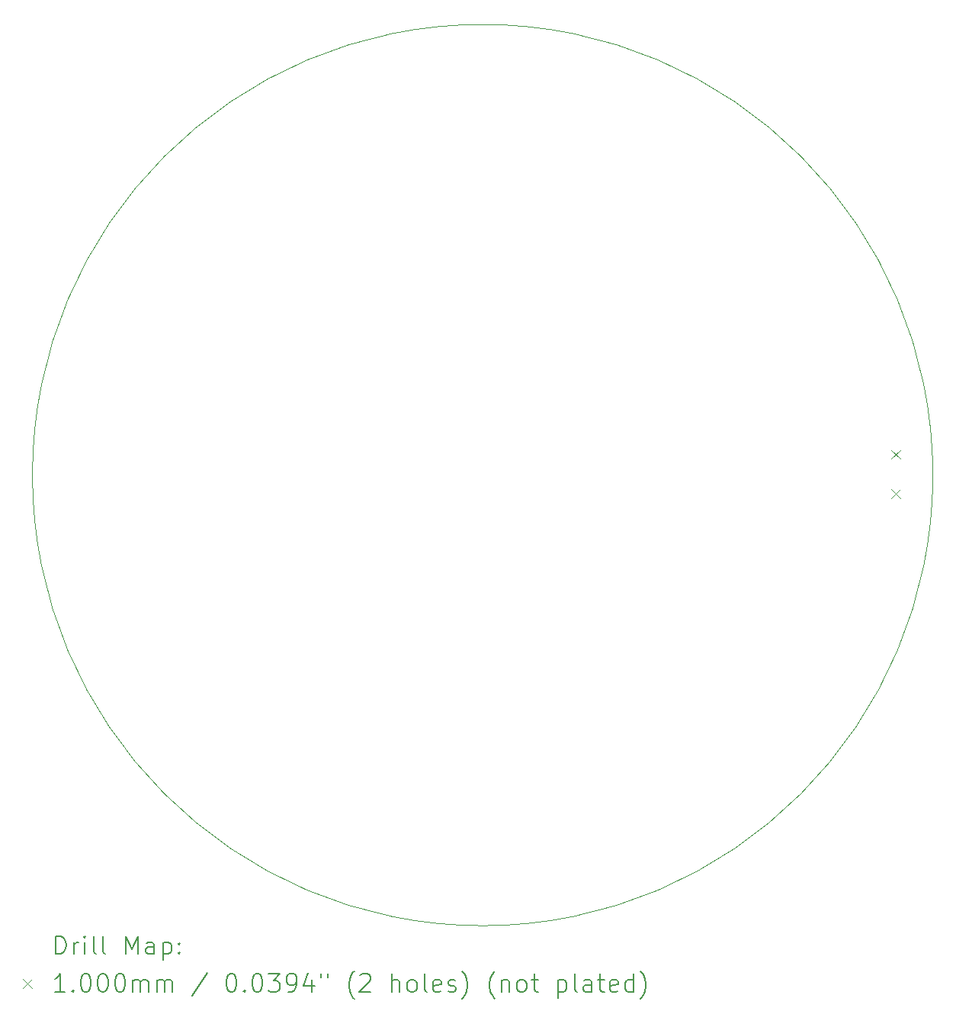
<source format=gbr>
%TF.GenerationSoftware,KiCad,Pcbnew,9.0.1*%
%TF.CreationDate,2025-05-14T21:44:32-03:00*%
%TF.ProjectId,queremate_pd_safe,71756572-656d-4617-9465-5f70645f7361,rev?*%
%TF.SameCoordinates,Original*%
%TF.FileFunction,Drillmap*%
%TF.FilePolarity,Positive*%
%FSLAX45Y45*%
G04 Gerber Fmt 4.5, Leading zero omitted, Abs format (unit mm)*
G04 Created by KiCad (PCBNEW 9.0.1) date 2025-05-14 21:44:32*
%MOMM*%
%LPD*%
G01*
G04 APERTURE LIST*
%ADD10C,0.050000*%
%ADD11C,0.200000*%
%ADD12C,0.100000*%
G04 APERTURE END LIST*
D10*
X12086600Y-6858000D02*
G75*
G02*
X2086600Y-6858000I-5000000J0D01*
G01*
X2086600Y-6858000D02*
G75*
G02*
X12086600Y-6858000I5000000J0D01*
G01*
D11*
D12*
X11623020Y-6577840D02*
X11723020Y-6677840D01*
X11723020Y-6577840D02*
X11623020Y-6677840D01*
X11623020Y-7017840D02*
X11723020Y-7117840D01*
X11723020Y-7017840D02*
X11623020Y-7117840D01*
D11*
X2344877Y-12171984D02*
X2344877Y-11971984D01*
X2344877Y-11971984D02*
X2392496Y-11971984D01*
X2392496Y-11971984D02*
X2421067Y-11981508D01*
X2421067Y-11981508D02*
X2440115Y-12000555D01*
X2440115Y-12000555D02*
X2449639Y-12019603D01*
X2449639Y-12019603D02*
X2459163Y-12057698D01*
X2459163Y-12057698D02*
X2459163Y-12086269D01*
X2459163Y-12086269D02*
X2449639Y-12124365D01*
X2449639Y-12124365D02*
X2440115Y-12143412D01*
X2440115Y-12143412D02*
X2421067Y-12162460D01*
X2421067Y-12162460D02*
X2392496Y-12171984D01*
X2392496Y-12171984D02*
X2344877Y-12171984D01*
X2544877Y-12171984D02*
X2544877Y-12038650D01*
X2544877Y-12076746D02*
X2554401Y-12057698D01*
X2554401Y-12057698D02*
X2563924Y-12048174D01*
X2563924Y-12048174D02*
X2582972Y-12038650D01*
X2582972Y-12038650D02*
X2602020Y-12038650D01*
X2668686Y-12171984D02*
X2668686Y-12038650D01*
X2668686Y-11971984D02*
X2659163Y-11981508D01*
X2659163Y-11981508D02*
X2668686Y-11991031D01*
X2668686Y-11991031D02*
X2678210Y-11981508D01*
X2678210Y-11981508D02*
X2668686Y-11971984D01*
X2668686Y-11971984D02*
X2668686Y-11991031D01*
X2792496Y-12171984D02*
X2773448Y-12162460D01*
X2773448Y-12162460D02*
X2763924Y-12143412D01*
X2763924Y-12143412D02*
X2763924Y-11971984D01*
X2897258Y-12171984D02*
X2878210Y-12162460D01*
X2878210Y-12162460D02*
X2868686Y-12143412D01*
X2868686Y-12143412D02*
X2868686Y-11971984D01*
X3125829Y-12171984D02*
X3125829Y-11971984D01*
X3125829Y-11971984D02*
X3192496Y-12114841D01*
X3192496Y-12114841D02*
X3259162Y-11971984D01*
X3259162Y-11971984D02*
X3259162Y-12171984D01*
X3440115Y-12171984D02*
X3440115Y-12067222D01*
X3440115Y-12067222D02*
X3430591Y-12048174D01*
X3430591Y-12048174D02*
X3411543Y-12038650D01*
X3411543Y-12038650D02*
X3373448Y-12038650D01*
X3373448Y-12038650D02*
X3354401Y-12048174D01*
X3440115Y-12162460D02*
X3421067Y-12171984D01*
X3421067Y-12171984D02*
X3373448Y-12171984D01*
X3373448Y-12171984D02*
X3354401Y-12162460D01*
X3354401Y-12162460D02*
X3344877Y-12143412D01*
X3344877Y-12143412D02*
X3344877Y-12124365D01*
X3344877Y-12124365D02*
X3354401Y-12105317D01*
X3354401Y-12105317D02*
X3373448Y-12095793D01*
X3373448Y-12095793D02*
X3421067Y-12095793D01*
X3421067Y-12095793D02*
X3440115Y-12086269D01*
X3535353Y-12038650D02*
X3535353Y-12238650D01*
X3535353Y-12048174D02*
X3554401Y-12038650D01*
X3554401Y-12038650D02*
X3592496Y-12038650D01*
X3592496Y-12038650D02*
X3611543Y-12048174D01*
X3611543Y-12048174D02*
X3621067Y-12057698D01*
X3621067Y-12057698D02*
X3630591Y-12076746D01*
X3630591Y-12076746D02*
X3630591Y-12133888D01*
X3630591Y-12133888D02*
X3621067Y-12152936D01*
X3621067Y-12152936D02*
X3611543Y-12162460D01*
X3611543Y-12162460D02*
X3592496Y-12171984D01*
X3592496Y-12171984D02*
X3554401Y-12171984D01*
X3554401Y-12171984D02*
X3535353Y-12162460D01*
X3716305Y-12152936D02*
X3725829Y-12162460D01*
X3725829Y-12162460D02*
X3716305Y-12171984D01*
X3716305Y-12171984D02*
X3706782Y-12162460D01*
X3706782Y-12162460D02*
X3716305Y-12152936D01*
X3716305Y-12152936D02*
X3716305Y-12171984D01*
X3716305Y-12048174D02*
X3725829Y-12057698D01*
X3725829Y-12057698D02*
X3716305Y-12067222D01*
X3716305Y-12067222D02*
X3706782Y-12057698D01*
X3706782Y-12057698D02*
X3716305Y-12048174D01*
X3716305Y-12048174D02*
X3716305Y-12067222D01*
D12*
X1984100Y-12450500D02*
X2084100Y-12550500D01*
X2084100Y-12450500D02*
X1984100Y-12550500D01*
D11*
X2449639Y-12591984D02*
X2335353Y-12591984D01*
X2392496Y-12591984D02*
X2392496Y-12391984D01*
X2392496Y-12391984D02*
X2373448Y-12420555D01*
X2373448Y-12420555D02*
X2354401Y-12439603D01*
X2354401Y-12439603D02*
X2335353Y-12449127D01*
X2535353Y-12572936D02*
X2544877Y-12582460D01*
X2544877Y-12582460D02*
X2535353Y-12591984D01*
X2535353Y-12591984D02*
X2525829Y-12582460D01*
X2525829Y-12582460D02*
X2535353Y-12572936D01*
X2535353Y-12572936D02*
X2535353Y-12591984D01*
X2668686Y-12391984D02*
X2687734Y-12391984D01*
X2687734Y-12391984D02*
X2706782Y-12401508D01*
X2706782Y-12401508D02*
X2716305Y-12411031D01*
X2716305Y-12411031D02*
X2725829Y-12430079D01*
X2725829Y-12430079D02*
X2735353Y-12468174D01*
X2735353Y-12468174D02*
X2735353Y-12515793D01*
X2735353Y-12515793D02*
X2725829Y-12553888D01*
X2725829Y-12553888D02*
X2716305Y-12572936D01*
X2716305Y-12572936D02*
X2706782Y-12582460D01*
X2706782Y-12582460D02*
X2687734Y-12591984D01*
X2687734Y-12591984D02*
X2668686Y-12591984D01*
X2668686Y-12591984D02*
X2649639Y-12582460D01*
X2649639Y-12582460D02*
X2640115Y-12572936D01*
X2640115Y-12572936D02*
X2630591Y-12553888D01*
X2630591Y-12553888D02*
X2621067Y-12515793D01*
X2621067Y-12515793D02*
X2621067Y-12468174D01*
X2621067Y-12468174D02*
X2630591Y-12430079D01*
X2630591Y-12430079D02*
X2640115Y-12411031D01*
X2640115Y-12411031D02*
X2649639Y-12401508D01*
X2649639Y-12401508D02*
X2668686Y-12391984D01*
X2859162Y-12391984D02*
X2878210Y-12391984D01*
X2878210Y-12391984D02*
X2897258Y-12401508D01*
X2897258Y-12401508D02*
X2906782Y-12411031D01*
X2906782Y-12411031D02*
X2916305Y-12430079D01*
X2916305Y-12430079D02*
X2925829Y-12468174D01*
X2925829Y-12468174D02*
X2925829Y-12515793D01*
X2925829Y-12515793D02*
X2916305Y-12553888D01*
X2916305Y-12553888D02*
X2906782Y-12572936D01*
X2906782Y-12572936D02*
X2897258Y-12582460D01*
X2897258Y-12582460D02*
X2878210Y-12591984D01*
X2878210Y-12591984D02*
X2859162Y-12591984D01*
X2859162Y-12591984D02*
X2840115Y-12582460D01*
X2840115Y-12582460D02*
X2830591Y-12572936D01*
X2830591Y-12572936D02*
X2821067Y-12553888D01*
X2821067Y-12553888D02*
X2811543Y-12515793D01*
X2811543Y-12515793D02*
X2811543Y-12468174D01*
X2811543Y-12468174D02*
X2821067Y-12430079D01*
X2821067Y-12430079D02*
X2830591Y-12411031D01*
X2830591Y-12411031D02*
X2840115Y-12401508D01*
X2840115Y-12401508D02*
X2859162Y-12391984D01*
X3049639Y-12391984D02*
X3068686Y-12391984D01*
X3068686Y-12391984D02*
X3087734Y-12401508D01*
X3087734Y-12401508D02*
X3097258Y-12411031D01*
X3097258Y-12411031D02*
X3106782Y-12430079D01*
X3106782Y-12430079D02*
X3116305Y-12468174D01*
X3116305Y-12468174D02*
X3116305Y-12515793D01*
X3116305Y-12515793D02*
X3106782Y-12553888D01*
X3106782Y-12553888D02*
X3097258Y-12572936D01*
X3097258Y-12572936D02*
X3087734Y-12582460D01*
X3087734Y-12582460D02*
X3068686Y-12591984D01*
X3068686Y-12591984D02*
X3049639Y-12591984D01*
X3049639Y-12591984D02*
X3030591Y-12582460D01*
X3030591Y-12582460D02*
X3021067Y-12572936D01*
X3021067Y-12572936D02*
X3011543Y-12553888D01*
X3011543Y-12553888D02*
X3002020Y-12515793D01*
X3002020Y-12515793D02*
X3002020Y-12468174D01*
X3002020Y-12468174D02*
X3011543Y-12430079D01*
X3011543Y-12430079D02*
X3021067Y-12411031D01*
X3021067Y-12411031D02*
X3030591Y-12401508D01*
X3030591Y-12401508D02*
X3049639Y-12391984D01*
X3202020Y-12591984D02*
X3202020Y-12458650D01*
X3202020Y-12477698D02*
X3211543Y-12468174D01*
X3211543Y-12468174D02*
X3230591Y-12458650D01*
X3230591Y-12458650D02*
X3259163Y-12458650D01*
X3259163Y-12458650D02*
X3278210Y-12468174D01*
X3278210Y-12468174D02*
X3287734Y-12487222D01*
X3287734Y-12487222D02*
X3287734Y-12591984D01*
X3287734Y-12487222D02*
X3297258Y-12468174D01*
X3297258Y-12468174D02*
X3316305Y-12458650D01*
X3316305Y-12458650D02*
X3344877Y-12458650D01*
X3344877Y-12458650D02*
X3363924Y-12468174D01*
X3363924Y-12468174D02*
X3373448Y-12487222D01*
X3373448Y-12487222D02*
X3373448Y-12591984D01*
X3468686Y-12591984D02*
X3468686Y-12458650D01*
X3468686Y-12477698D02*
X3478210Y-12468174D01*
X3478210Y-12468174D02*
X3497258Y-12458650D01*
X3497258Y-12458650D02*
X3525829Y-12458650D01*
X3525829Y-12458650D02*
X3544877Y-12468174D01*
X3544877Y-12468174D02*
X3554401Y-12487222D01*
X3554401Y-12487222D02*
X3554401Y-12591984D01*
X3554401Y-12487222D02*
X3563924Y-12468174D01*
X3563924Y-12468174D02*
X3582972Y-12458650D01*
X3582972Y-12458650D02*
X3611543Y-12458650D01*
X3611543Y-12458650D02*
X3630591Y-12468174D01*
X3630591Y-12468174D02*
X3640115Y-12487222D01*
X3640115Y-12487222D02*
X3640115Y-12591984D01*
X4030591Y-12382460D02*
X3859163Y-12639603D01*
X4287734Y-12391984D02*
X4306782Y-12391984D01*
X4306782Y-12391984D02*
X4325829Y-12401508D01*
X4325829Y-12401508D02*
X4335353Y-12411031D01*
X4335353Y-12411031D02*
X4344877Y-12430079D01*
X4344877Y-12430079D02*
X4354401Y-12468174D01*
X4354401Y-12468174D02*
X4354401Y-12515793D01*
X4354401Y-12515793D02*
X4344877Y-12553888D01*
X4344877Y-12553888D02*
X4335353Y-12572936D01*
X4335353Y-12572936D02*
X4325829Y-12582460D01*
X4325829Y-12582460D02*
X4306782Y-12591984D01*
X4306782Y-12591984D02*
X4287734Y-12591984D01*
X4287734Y-12591984D02*
X4268687Y-12582460D01*
X4268687Y-12582460D02*
X4259163Y-12572936D01*
X4259163Y-12572936D02*
X4249639Y-12553888D01*
X4249639Y-12553888D02*
X4240115Y-12515793D01*
X4240115Y-12515793D02*
X4240115Y-12468174D01*
X4240115Y-12468174D02*
X4249639Y-12430079D01*
X4249639Y-12430079D02*
X4259163Y-12411031D01*
X4259163Y-12411031D02*
X4268687Y-12401508D01*
X4268687Y-12401508D02*
X4287734Y-12391984D01*
X4440115Y-12572936D02*
X4449639Y-12582460D01*
X4449639Y-12582460D02*
X4440115Y-12591984D01*
X4440115Y-12591984D02*
X4430591Y-12582460D01*
X4430591Y-12582460D02*
X4440115Y-12572936D01*
X4440115Y-12572936D02*
X4440115Y-12591984D01*
X4573448Y-12391984D02*
X4592496Y-12391984D01*
X4592496Y-12391984D02*
X4611544Y-12401508D01*
X4611544Y-12401508D02*
X4621068Y-12411031D01*
X4621068Y-12411031D02*
X4630591Y-12430079D01*
X4630591Y-12430079D02*
X4640115Y-12468174D01*
X4640115Y-12468174D02*
X4640115Y-12515793D01*
X4640115Y-12515793D02*
X4630591Y-12553888D01*
X4630591Y-12553888D02*
X4621068Y-12572936D01*
X4621068Y-12572936D02*
X4611544Y-12582460D01*
X4611544Y-12582460D02*
X4592496Y-12591984D01*
X4592496Y-12591984D02*
X4573448Y-12591984D01*
X4573448Y-12591984D02*
X4554401Y-12582460D01*
X4554401Y-12582460D02*
X4544877Y-12572936D01*
X4544877Y-12572936D02*
X4535353Y-12553888D01*
X4535353Y-12553888D02*
X4525829Y-12515793D01*
X4525829Y-12515793D02*
X4525829Y-12468174D01*
X4525829Y-12468174D02*
X4535353Y-12430079D01*
X4535353Y-12430079D02*
X4544877Y-12411031D01*
X4544877Y-12411031D02*
X4554401Y-12401508D01*
X4554401Y-12401508D02*
X4573448Y-12391984D01*
X4706782Y-12391984D02*
X4830591Y-12391984D01*
X4830591Y-12391984D02*
X4763925Y-12468174D01*
X4763925Y-12468174D02*
X4792496Y-12468174D01*
X4792496Y-12468174D02*
X4811544Y-12477698D01*
X4811544Y-12477698D02*
X4821068Y-12487222D01*
X4821068Y-12487222D02*
X4830591Y-12506269D01*
X4830591Y-12506269D02*
X4830591Y-12553888D01*
X4830591Y-12553888D02*
X4821068Y-12572936D01*
X4821068Y-12572936D02*
X4811544Y-12582460D01*
X4811544Y-12582460D02*
X4792496Y-12591984D01*
X4792496Y-12591984D02*
X4735353Y-12591984D01*
X4735353Y-12591984D02*
X4716306Y-12582460D01*
X4716306Y-12582460D02*
X4706782Y-12572936D01*
X4925829Y-12591984D02*
X4963925Y-12591984D01*
X4963925Y-12591984D02*
X4982972Y-12582460D01*
X4982972Y-12582460D02*
X4992496Y-12572936D01*
X4992496Y-12572936D02*
X5011544Y-12544365D01*
X5011544Y-12544365D02*
X5021068Y-12506269D01*
X5021068Y-12506269D02*
X5021068Y-12430079D01*
X5021068Y-12430079D02*
X5011544Y-12411031D01*
X5011544Y-12411031D02*
X5002020Y-12401508D01*
X5002020Y-12401508D02*
X4982972Y-12391984D01*
X4982972Y-12391984D02*
X4944877Y-12391984D01*
X4944877Y-12391984D02*
X4925829Y-12401508D01*
X4925829Y-12401508D02*
X4916306Y-12411031D01*
X4916306Y-12411031D02*
X4906782Y-12430079D01*
X4906782Y-12430079D02*
X4906782Y-12477698D01*
X4906782Y-12477698D02*
X4916306Y-12496746D01*
X4916306Y-12496746D02*
X4925829Y-12506269D01*
X4925829Y-12506269D02*
X4944877Y-12515793D01*
X4944877Y-12515793D02*
X4982972Y-12515793D01*
X4982972Y-12515793D02*
X5002020Y-12506269D01*
X5002020Y-12506269D02*
X5011544Y-12496746D01*
X5011544Y-12496746D02*
X5021068Y-12477698D01*
X5192496Y-12458650D02*
X5192496Y-12591984D01*
X5144877Y-12382460D02*
X5097258Y-12525317D01*
X5097258Y-12525317D02*
X5221068Y-12525317D01*
X5287734Y-12391984D02*
X5287734Y-12430079D01*
X5363925Y-12391984D02*
X5363925Y-12430079D01*
X5659163Y-12668174D02*
X5649639Y-12658650D01*
X5649639Y-12658650D02*
X5630591Y-12630079D01*
X5630591Y-12630079D02*
X5621068Y-12611031D01*
X5621068Y-12611031D02*
X5611544Y-12582460D01*
X5611544Y-12582460D02*
X5602020Y-12534841D01*
X5602020Y-12534841D02*
X5602020Y-12496746D01*
X5602020Y-12496746D02*
X5611544Y-12449127D01*
X5611544Y-12449127D02*
X5621068Y-12420555D01*
X5621068Y-12420555D02*
X5630591Y-12401508D01*
X5630591Y-12401508D02*
X5649639Y-12372936D01*
X5649639Y-12372936D02*
X5659163Y-12363412D01*
X5725829Y-12411031D02*
X5735353Y-12401508D01*
X5735353Y-12401508D02*
X5754401Y-12391984D01*
X5754401Y-12391984D02*
X5802020Y-12391984D01*
X5802020Y-12391984D02*
X5821068Y-12401508D01*
X5821068Y-12401508D02*
X5830591Y-12411031D01*
X5830591Y-12411031D02*
X5840115Y-12430079D01*
X5840115Y-12430079D02*
X5840115Y-12449127D01*
X5840115Y-12449127D02*
X5830591Y-12477698D01*
X5830591Y-12477698D02*
X5716306Y-12591984D01*
X5716306Y-12591984D02*
X5840115Y-12591984D01*
X6078210Y-12591984D02*
X6078210Y-12391984D01*
X6163925Y-12591984D02*
X6163925Y-12487222D01*
X6163925Y-12487222D02*
X6154401Y-12468174D01*
X6154401Y-12468174D02*
X6135353Y-12458650D01*
X6135353Y-12458650D02*
X6106782Y-12458650D01*
X6106782Y-12458650D02*
X6087734Y-12468174D01*
X6087734Y-12468174D02*
X6078210Y-12477698D01*
X6287734Y-12591984D02*
X6268687Y-12582460D01*
X6268687Y-12582460D02*
X6259163Y-12572936D01*
X6259163Y-12572936D02*
X6249639Y-12553888D01*
X6249639Y-12553888D02*
X6249639Y-12496746D01*
X6249639Y-12496746D02*
X6259163Y-12477698D01*
X6259163Y-12477698D02*
X6268687Y-12468174D01*
X6268687Y-12468174D02*
X6287734Y-12458650D01*
X6287734Y-12458650D02*
X6316306Y-12458650D01*
X6316306Y-12458650D02*
X6335353Y-12468174D01*
X6335353Y-12468174D02*
X6344877Y-12477698D01*
X6344877Y-12477698D02*
X6354401Y-12496746D01*
X6354401Y-12496746D02*
X6354401Y-12553888D01*
X6354401Y-12553888D02*
X6344877Y-12572936D01*
X6344877Y-12572936D02*
X6335353Y-12582460D01*
X6335353Y-12582460D02*
X6316306Y-12591984D01*
X6316306Y-12591984D02*
X6287734Y-12591984D01*
X6468687Y-12591984D02*
X6449639Y-12582460D01*
X6449639Y-12582460D02*
X6440115Y-12563412D01*
X6440115Y-12563412D02*
X6440115Y-12391984D01*
X6621068Y-12582460D02*
X6602020Y-12591984D01*
X6602020Y-12591984D02*
X6563925Y-12591984D01*
X6563925Y-12591984D02*
X6544877Y-12582460D01*
X6544877Y-12582460D02*
X6535353Y-12563412D01*
X6535353Y-12563412D02*
X6535353Y-12487222D01*
X6535353Y-12487222D02*
X6544877Y-12468174D01*
X6544877Y-12468174D02*
X6563925Y-12458650D01*
X6563925Y-12458650D02*
X6602020Y-12458650D01*
X6602020Y-12458650D02*
X6621068Y-12468174D01*
X6621068Y-12468174D02*
X6630591Y-12487222D01*
X6630591Y-12487222D02*
X6630591Y-12506269D01*
X6630591Y-12506269D02*
X6535353Y-12525317D01*
X6706782Y-12582460D02*
X6725830Y-12591984D01*
X6725830Y-12591984D02*
X6763925Y-12591984D01*
X6763925Y-12591984D02*
X6782972Y-12582460D01*
X6782972Y-12582460D02*
X6792496Y-12563412D01*
X6792496Y-12563412D02*
X6792496Y-12553888D01*
X6792496Y-12553888D02*
X6782972Y-12534841D01*
X6782972Y-12534841D02*
X6763925Y-12525317D01*
X6763925Y-12525317D02*
X6735353Y-12525317D01*
X6735353Y-12525317D02*
X6716306Y-12515793D01*
X6716306Y-12515793D02*
X6706782Y-12496746D01*
X6706782Y-12496746D02*
X6706782Y-12487222D01*
X6706782Y-12487222D02*
X6716306Y-12468174D01*
X6716306Y-12468174D02*
X6735353Y-12458650D01*
X6735353Y-12458650D02*
X6763925Y-12458650D01*
X6763925Y-12458650D02*
X6782972Y-12468174D01*
X6859163Y-12668174D02*
X6868687Y-12658650D01*
X6868687Y-12658650D02*
X6887734Y-12630079D01*
X6887734Y-12630079D02*
X6897258Y-12611031D01*
X6897258Y-12611031D02*
X6906782Y-12582460D01*
X6906782Y-12582460D02*
X6916306Y-12534841D01*
X6916306Y-12534841D02*
X6916306Y-12496746D01*
X6916306Y-12496746D02*
X6906782Y-12449127D01*
X6906782Y-12449127D02*
X6897258Y-12420555D01*
X6897258Y-12420555D02*
X6887734Y-12401508D01*
X6887734Y-12401508D02*
X6868687Y-12372936D01*
X6868687Y-12372936D02*
X6859163Y-12363412D01*
X7221068Y-12668174D02*
X7211544Y-12658650D01*
X7211544Y-12658650D02*
X7192496Y-12630079D01*
X7192496Y-12630079D02*
X7182972Y-12611031D01*
X7182972Y-12611031D02*
X7173449Y-12582460D01*
X7173449Y-12582460D02*
X7163925Y-12534841D01*
X7163925Y-12534841D02*
X7163925Y-12496746D01*
X7163925Y-12496746D02*
X7173449Y-12449127D01*
X7173449Y-12449127D02*
X7182972Y-12420555D01*
X7182972Y-12420555D02*
X7192496Y-12401508D01*
X7192496Y-12401508D02*
X7211544Y-12372936D01*
X7211544Y-12372936D02*
X7221068Y-12363412D01*
X7297258Y-12458650D02*
X7297258Y-12591984D01*
X7297258Y-12477698D02*
X7306782Y-12468174D01*
X7306782Y-12468174D02*
X7325830Y-12458650D01*
X7325830Y-12458650D02*
X7354401Y-12458650D01*
X7354401Y-12458650D02*
X7373449Y-12468174D01*
X7373449Y-12468174D02*
X7382972Y-12487222D01*
X7382972Y-12487222D02*
X7382972Y-12591984D01*
X7506782Y-12591984D02*
X7487734Y-12582460D01*
X7487734Y-12582460D02*
X7478211Y-12572936D01*
X7478211Y-12572936D02*
X7468687Y-12553888D01*
X7468687Y-12553888D02*
X7468687Y-12496746D01*
X7468687Y-12496746D02*
X7478211Y-12477698D01*
X7478211Y-12477698D02*
X7487734Y-12468174D01*
X7487734Y-12468174D02*
X7506782Y-12458650D01*
X7506782Y-12458650D02*
X7535353Y-12458650D01*
X7535353Y-12458650D02*
X7554401Y-12468174D01*
X7554401Y-12468174D02*
X7563925Y-12477698D01*
X7563925Y-12477698D02*
X7573449Y-12496746D01*
X7573449Y-12496746D02*
X7573449Y-12553888D01*
X7573449Y-12553888D02*
X7563925Y-12572936D01*
X7563925Y-12572936D02*
X7554401Y-12582460D01*
X7554401Y-12582460D02*
X7535353Y-12591984D01*
X7535353Y-12591984D02*
X7506782Y-12591984D01*
X7630592Y-12458650D02*
X7706782Y-12458650D01*
X7659163Y-12391984D02*
X7659163Y-12563412D01*
X7659163Y-12563412D02*
X7668687Y-12582460D01*
X7668687Y-12582460D02*
X7687734Y-12591984D01*
X7687734Y-12591984D02*
X7706782Y-12591984D01*
X7925830Y-12458650D02*
X7925830Y-12658650D01*
X7925830Y-12468174D02*
X7944877Y-12458650D01*
X7944877Y-12458650D02*
X7982973Y-12458650D01*
X7982973Y-12458650D02*
X8002020Y-12468174D01*
X8002020Y-12468174D02*
X8011544Y-12477698D01*
X8011544Y-12477698D02*
X8021068Y-12496746D01*
X8021068Y-12496746D02*
X8021068Y-12553888D01*
X8021068Y-12553888D02*
X8011544Y-12572936D01*
X8011544Y-12572936D02*
X8002020Y-12582460D01*
X8002020Y-12582460D02*
X7982973Y-12591984D01*
X7982973Y-12591984D02*
X7944877Y-12591984D01*
X7944877Y-12591984D02*
X7925830Y-12582460D01*
X8135353Y-12591984D02*
X8116306Y-12582460D01*
X8116306Y-12582460D02*
X8106782Y-12563412D01*
X8106782Y-12563412D02*
X8106782Y-12391984D01*
X8297258Y-12591984D02*
X8297258Y-12487222D01*
X8297258Y-12487222D02*
X8287734Y-12468174D01*
X8287734Y-12468174D02*
X8268687Y-12458650D01*
X8268687Y-12458650D02*
X8230592Y-12458650D01*
X8230592Y-12458650D02*
X8211544Y-12468174D01*
X8297258Y-12582460D02*
X8278211Y-12591984D01*
X8278211Y-12591984D02*
X8230592Y-12591984D01*
X8230592Y-12591984D02*
X8211544Y-12582460D01*
X8211544Y-12582460D02*
X8202020Y-12563412D01*
X8202020Y-12563412D02*
X8202020Y-12544365D01*
X8202020Y-12544365D02*
X8211544Y-12525317D01*
X8211544Y-12525317D02*
X8230592Y-12515793D01*
X8230592Y-12515793D02*
X8278211Y-12515793D01*
X8278211Y-12515793D02*
X8297258Y-12506269D01*
X8363925Y-12458650D02*
X8440115Y-12458650D01*
X8392496Y-12391984D02*
X8392496Y-12563412D01*
X8392496Y-12563412D02*
X8402020Y-12582460D01*
X8402020Y-12582460D02*
X8421068Y-12591984D01*
X8421068Y-12591984D02*
X8440115Y-12591984D01*
X8582973Y-12582460D02*
X8563925Y-12591984D01*
X8563925Y-12591984D02*
X8525830Y-12591984D01*
X8525830Y-12591984D02*
X8506782Y-12582460D01*
X8506782Y-12582460D02*
X8497258Y-12563412D01*
X8497258Y-12563412D02*
X8497258Y-12487222D01*
X8497258Y-12487222D02*
X8506782Y-12468174D01*
X8506782Y-12468174D02*
X8525830Y-12458650D01*
X8525830Y-12458650D02*
X8563925Y-12458650D01*
X8563925Y-12458650D02*
X8582973Y-12468174D01*
X8582973Y-12468174D02*
X8592496Y-12487222D01*
X8592496Y-12487222D02*
X8592496Y-12506269D01*
X8592496Y-12506269D02*
X8497258Y-12525317D01*
X8763925Y-12591984D02*
X8763925Y-12391984D01*
X8763925Y-12582460D02*
X8744877Y-12591984D01*
X8744877Y-12591984D02*
X8706782Y-12591984D01*
X8706782Y-12591984D02*
X8687735Y-12582460D01*
X8687735Y-12582460D02*
X8678211Y-12572936D01*
X8678211Y-12572936D02*
X8668687Y-12553888D01*
X8668687Y-12553888D02*
X8668687Y-12496746D01*
X8668687Y-12496746D02*
X8678211Y-12477698D01*
X8678211Y-12477698D02*
X8687735Y-12468174D01*
X8687735Y-12468174D02*
X8706782Y-12458650D01*
X8706782Y-12458650D02*
X8744877Y-12458650D01*
X8744877Y-12458650D02*
X8763925Y-12468174D01*
X8840116Y-12668174D02*
X8849639Y-12658650D01*
X8849639Y-12658650D02*
X8868687Y-12630079D01*
X8868687Y-12630079D02*
X8878211Y-12611031D01*
X8878211Y-12611031D02*
X8887735Y-12582460D01*
X8887735Y-12582460D02*
X8897258Y-12534841D01*
X8897258Y-12534841D02*
X8897258Y-12496746D01*
X8897258Y-12496746D02*
X8887735Y-12449127D01*
X8887735Y-12449127D02*
X8878211Y-12420555D01*
X8878211Y-12420555D02*
X8868687Y-12401508D01*
X8868687Y-12401508D02*
X8849639Y-12372936D01*
X8849639Y-12372936D02*
X8840116Y-12363412D01*
M02*

</source>
